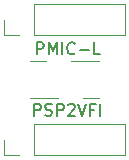
<source format=gbr>
%TF.GenerationSoftware,KiCad,Pcbnew,7.0.9*%
%TF.CreationDate,2023-11-12T02:22:26+01:00*%
%TF.ProjectId,try2,74727932-2e6b-4696-9361-645f70636258,rev?*%
%TF.SameCoordinates,Original*%
%TF.FileFunction,Legend,Top*%
%TF.FilePolarity,Positive*%
%FSLAX46Y46*%
G04 Gerber Fmt 4.6, Leading zero omitted, Abs format (unit mm)*
G04 Created by KiCad (PCBNEW 7.0.9) date 2023-11-12 02:22:26*
%MOMM*%
%LPD*%
G01*
G04 APERTURE LIST*
%ADD10C,0.150000*%
%ADD11C,0.120000*%
G04 APERTURE END LIST*
D10*
X144354779Y-89785819D02*
X144354779Y-88785819D01*
X144354779Y-88785819D02*
X144735731Y-88785819D01*
X144735731Y-88785819D02*
X144830969Y-88833438D01*
X144830969Y-88833438D02*
X144878588Y-88881057D01*
X144878588Y-88881057D02*
X144926207Y-88976295D01*
X144926207Y-88976295D02*
X144926207Y-89119152D01*
X144926207Y-89119152D02*
X144878588Y-89214390D01*
X144878588Y-89214390D02*
X144830969Y-89262009D01*
X144830969Y-89262009D02*
X144735731Y-89309628D01*
X144735731Y-89309628D02*
X144354779Y-89309628D01*
X145354779Y-89785819D02*
X145354779Y-88785819D01*
X145354779Y-88785819D02*
X145688112Y-89500104D01*
X145688112Y-89500104D02*
X146021445Y-88785819D01*
X146021445Y-88785819D02*
X146021445Y-89785819D01*
X146497636Y-89785819D02*
X146497636Y-88785819D01*
X147545254Y-89690580D02*
X147497635Y-89738200D01*
X147497635Y-89738200D02*
X147354778Y-89785819D01*
X147354778Y-89785819D02*
X147259540Y-89785819D01*
X147259540Y-89785819D02*
X147116683Y-89738200D01*
X147116683Y-89738200D02*
X147021445Y-89642961D01*
X147021445Y-89642961D02*
X146973826Y-89547723D01*
X146973826Y-89547723D02*
X146926207Y-89357247D01*
X146926207Y-89357247D02*
X146926207Y-89214390D01*
X146926207Y-89214390D02*
X146973826Y-89023914D01*
X146973826Y-89023914D02*
X147021445Y-88928676D01*
X147021445Y-88928676D02*
X147116683Y-88833438D01*
X147116683Y-88833438D02*
X147259540Y-88785819D01*
X147259540Y-88785819D02*
X147354778Y-88785819D01*
X147354778Y-88785819D02*
X147497635Y-88833438D01*
X147497635Y-88833438D02*
X147545254Y-88881057D01*
X147973826Y-89404866D02*
X148735731Y-89404866D01*
X149688111Y-89785819D02*
X149211921Y-89785819D01*
X149211921Y-89785819D02*
X149211921Y-88785819D01*
X144100779Y-94992819D02*
X144100779Y-93992819D01*
X144100779Y-93992819D02*
X144481731Y-93992819D01*
X144481731Y-93992819D02*
X144576969Y-94040438D01*
X144576969Y-94040438D02*
X144624588Y-94088057D01*
X144624588Y-94088057D02*
X144672207Y-94183295D01*
X144672207Y-94183295D02*
X144672207Y-94326152D01*
X144672207Y-94326152D02*
X144624588Y-94421390D01*
X144624588Y-94421390D02*
X144576969Y-94469009D01*
X144576969Y-94469009D02*
X144481731Y-94516628D01*
X144481731Y-94516628D02*
X144100779Y-94516628D01*
X145053160Y-94945200D02*
X145196017Y-94992819D01*
X145196017Y-94992819D02*
X145434112Y-94992819D01*
X145434112Y-94992819D02*
X145529350Y-94945200D01*
X145529350Y-94945200D02*
X145576969Y-94897580D01*
X145576969Y-94897580D02*
X145624588Y-94802342D01*
X145624588Y-94802342D02*
X145624588Y-94707104D01*
X145624588Y-94707104D02*
X145576969Y-94611866D01*
X145576969Y-94611866D02*
X145529350Y-94564247D01*
X145529350Y-94564247D02*
X145434112Y-94516628D01*
X145434112Y-94516628D02*
X145243636Y-94469009D01*
X145243636Y-94469009D02*
X145148398Y-94421390D01*
X145148398Y-94421390D02*
X145100779Y-94373771D01*
X145100779Y-94373771D02*
X145053160Y-94278533D01*
X145053160Y-94278533D02*
X145053160Y-94183295D01*
X145053160Y-94183295D02*
X145100779Y-94088057D01*
X145100779Y-94088057D02*
X145148398Y-94040438D01*
X145148398Y-94040438D02*
X145243636Y-93992819D01*
X145243636Y-93992819D02*
X145481731Y-93992819D01*
X145481731Y-93992819D02*
X145624588Y-94040438D01*
X146053160Y-94992819D02*
X146053160Y-93992819D01*
X146053160Y-93992819D02*
X146434112Y-93992819D01*
X146434112Y-93992819D02*
X146529350Y-94040438D01*
X146529350Y-94040438D02*
X146576969Y-94088057D01*
X146576969Y-94088057D02*
X146624588Y-94183295D01*
X146624588Y-94183295D02*
X146624588Y-94326152D01*
X146624588Y-94326152D02*
X146576969Y-94421390D01*
X146576969Y-94421390D02*
X146529350Y-94469009D01*
X146529350Y-94469009D02*
X146434112Y-94516628D01*
X146434112Y-94516628D02*
X146053160Y-94516628D01*
X147005541Y-94088057D02*
X147053160Y-94040438D01*
X147053160Y-94040438D02*
X147148398Y-93992819D01*
X147148398Y-93992819D02*
X147386493Y-93992819D01*
X147386493Y-93992819D02*
X147481731Y-94040438D01*
X147481731Y-94040438D02*
X147529350Y-94088057D01*
X147529350Y-94088057D02*
X147576969Y-94183295D01*
X147576969Y-94183295D02*
X147576969Y-94278533D01*
X147576969Y-94278533D02*
X147529350Y-94421390D01*
X147529350Y-94421390D02*
X146957922Y-94992819D01*
X146957922Y-94992819D02*
X147576969Y-94992819D01*
X147862684Y-93992819D02*
X148196017Y-94992819D01*
X148196017Y-94992819D02*
X148529350Y-93992819D01*
X149196017Y-94469009D02*
X148862684Y-94469009D01*
X148862684Y-94992819D02*
X148862684Y-93992819D01*
X148862684Y-93992819D02*
X149338874Y-93992819D01*
X149719827Y-94992819D02*
X149719827Y-93992819D01*
D11*
%TO.C,J3*%
X144145000Y-88198000D02*
X151825000Y-88198000D01*
X141545000Y-88198000D02*
X141545000Y-86868000D01*
X144145000Y-88198000D02*
X144145000Y-85538000D01*
X151825000Y-88198000D02*
X151825000Y-85538000D01*
X142875000Y-88198000D02*
X141545000Y-88198000D01*
X144145000Y-85538000D02*
X151825000Y-85538000D01*
%TO.C,Q2*%
X144447500Y-93508000D02*
X143797500Y-93508000D01*
X144447500Y-90388000D02*
X143797500Y-90388000D01*
X144447500Y-93508000D02*
X146122500Y-93508000D01*
X144447500Y-90388000D02*
X145097500Y-90388000D01*
%TO.C,Q1*%
X148922500Y-93508000D02*
X148272500Y-93508000D01*
X148922500Y-90388000D02*
X147247500Y-90388000D01*
X148922500Y-93508000D02*
X149572500Y-93508000D01*
X148922500Y-90388000D02*
X149572500Y-90388000D01*
%TO.C,J4*%
X144145000Y-98358000D02*
X151825000Y-98358000D01*
X141545000Y-98358000D02*
X141545000Y-97028000D01*
X144145000Y-98358000D02*
X144145000Y-95698000D01*
X151825000Y-98358000D02*
X151825000Y-95698000D01*
X142875000Y-98358000D02*
X141545000Y-98358000D01*
X144145000Y-95698000D02*
X151825000Y-95698000D01*
%TD*%
M02*

</source>
